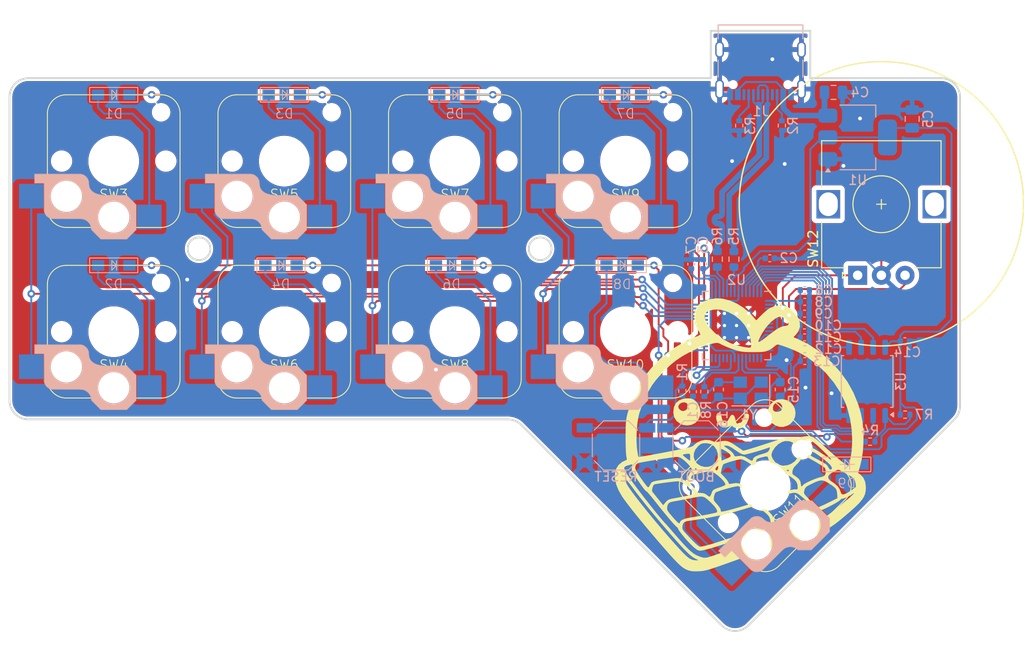
<source format=kicad_pcb>
(kicad_pcb (version 20240108) (generator "pcbnew") (generator_version "8.0")
  (layers (0 "F.Cu" signal) (31 "B.Cu" signal) (34 "B.Paste" user) (35 "F.Paste" user) (36 "B.SilkS" user "B.Silkscreen") (37 "F.SilkS" user "F.Silkscreen") (38 "B.Mask" user) (39 "F.Mask" user) (44 "Edge.Cuts" user))
  (net 0 "")
  (net 1 "+1V1")
  (net 2 "GND")
  (net 3 "+3V3")
  (net 4 "VBUS")
  (net 5 "/XIN")
  (net 6 "Net-(C16-Pad2)")
  (net 7 "Net-(J1-CC1)")
  (net 8 "/USB_D+")
  (net 9 "/USB_D-")
  (net 10 "Net-(U2-USB_DP)")
  (net 11 "Net-(U2-USB_DM)")
  (net 12 "/QSPI_SS")
  (net 13 "/XOUT")
  (net 14 "/row0")
  (net 15 "Net-(D1-A)")
  (net 16 "Net-(U2-RUN)")
  (net 17 "/row1")
  (net 18 "Net-(D2-A)")
  (net 19 "Net-(D3-A)")
  (net 20 "Net-(D4-A)")
  (net 22 "Net-(D5-A)")
  (net 23 "Net-(D6-A)")
  (net 37 "Net-(D7-A)")
  (net 43 "/QSPI_SD3")
  (net 44 "/QSPI_SCLK")
  (net 45 "/QSPI_SD0")
  (net 46 "/QSPI_SD2")
  (net 47 "/QSPI_SD1")
  (net 48 "Net-(D8-A)")
  (net 50 "Net-(J1-CC2)")
  (net 51 "Net-(D9-A)")
  (net 52 "Net-(R4-Pad2)")
  (net 53 "/col0")
  (net 54 "/col1")
  (net 55 "/col2")
  (net 56 "/col3")
  (net 57 "/col4")
  (net 58 "/enc_a")
  (net 59 "/enc_b")
  (footprint "kamo3_footprint:SW_ChocV1_Hotswap_1.0u" (layer "F.Cu") (at 53.5625 49.18)
    (property "Reference" "SW6")
    (property "Value" "SW_PUSH" (hide yes))
  )
  (footprint "kamo3_footprint:SW_ChocV1_Hotswap_1.0u" (layer "F.Cu") (at 71.5625 31.18)
    (property "Reference" "SW7")
    (property "Value" "SW_PUSH" (hide yes))
  )
  (footprint "kamo3_footprint:logo" (layer "F.Cu") (at 102.0625 59.93)
    (property "Reference" "G***" (hide yes))
    (property "Value" "LOGO" (hide yes))
  )
  (footprint "kamo3_footprint:SW_ChocV1_Hotswap_1.0u" (layer "F.Cu") (at 71.5625 49.18)
    (property "Reference" "SW8")
    (property "Value" "SW_PUSH" (hide yes))
  )
  (footprint "Rotary_Encoder:RotaryEncoder_Alps_EC12E_Vertical_H20mm" (layer "F.Cu") (at 114.0625 43.23 90)
    (property "Reference" "SW12")
    (property "Value" "RotaryEncoder")
  )
  (footprint "kamo3_footprint:SW_ChocV1_Hotswap_1.0u" (layer "F.Cu") (at 89.5625 49.18)
    (property "Reference" "SW10")
    (property "Value" "SW_PUSH" (hide yes))
  )
  (footprint "kamo3_footprint:SW_ChocV1_Hotswap_1.50u" (layer "F.Cu") (at 104.3125 65.43 45)
    (property "Reference" "SW11")
    (property "Value" "SW_PUSH" (hide yes))
  )
  (footprint "kamo3_footprint:SW_ChocV1_Hotswap_1.0u" (layer "F.Cu") (at 35.5625 49.18)
    (property "Reference" "SW4")
    (property "Value" "SW_PUSH" (hide yes))
  )
  (footprint "kamo3_footprint:SW_ChocV1_Hotswap_1.0u" (layer "F.Cu") (at 53.5625 31.18)
    (property "Reference" "SW5")
    (property "Value" "SW_PUSH" (hide yes))
  )
  (footprint "kamo3_footprint:SW_ChocV1_Hotswap_1.0u" (layer "F.Cu") (at 89.5625 31.18)
    (property "Reference" "SW9")
    (property "Value" "SW_PUSH" (hide yes))
  )
  (footprint "kamo3_footprint:SW_ChocV1_Hotswap_1.0u" (layer "F.Cu") (at 35.5625 31.18)
    (property "Reference" "SW3")
    (property "Value" "SW_PUSH" (hide yes))
  )
  (footprint "kamo3_footprint:Diode_SOD123" (layer "B.Cu") (at 35.5625 42.18 180)
    (property "Reference" "D2")
    (property "Value" "D" (hide yes))
  )
  (footprint "Resistor_SMD:R_0603_1608Metric" (layer "B.Cu") (at 99.25625 41.53 -90)
    (property "Reference" "R6")
    (property "Value" "27")
  )
  (footprint "Capacitor_SMD:C_0402_1005Metric" (layer "B.Cu") (at 108.48625 52.28)
    (property "Reference" "C13")
    (property "Value" "100n")
  )
  (footprint "Capacitor_SMD:C_0603_1608Metric" (layer "B.Cu") (at 105.88125 55.2825 90)
    (property "Reference" "C15")
    (property "Value" "30p")
  )
  (footprint "Resistor_SMD:R_0402_1005Metric" (layer "B.Cu") (at 95.5625 55.43 90)
    (property "Reference" "R1")
    (property "Value" "10k")
  )
  (footprint "Package_SO:SOIC-8_5.23x5.23mm_P1.27mm" (layer "B.Cu") (at 115.0625 54.43 90)
    (property "Reference" "U3")
    (property "Value" "W25Q128JVS")
  )
  (footprint "Capacitor_SMD:C_0402_1005Metric" (layer "B.Cu") (at 108.48625 44.78)
    (property "Reference" "C6")
    (property "Value" "100n")
  )
  (footprint "Capacitor_SMD:C_0402_1005Metric" (layer "B.Cu") (at 104.7925 41.43)
    (property "Reference" "C2")
    (property "Value" "100n")
  )
  (footprint "kamo3_footprint:Diode_SOD123" (layer "B.Cu") (at 53.5625 24.18 180)
    (property "Reference" "D3")
    (property "Value" "D" (hide yes))
  )
  (footprint "Resistor_SMD:R_0402_1005Metric" (layer "B.Cu") (at 106.0625 27.43 90)
    (property "Reference" "R2")
    (property "Value" "5.1k")
  )
  (footprint "Resistor_SMD:R_0603_1608Metric" (layer "B.Cu") (at 101.00625 41.53 -90)
    (property "Reference" "R5")
    (property "Value" "27")
  )
  (footprint "kamo3_footprint:Diode_SOD123" (layer "B.Cu") (at 71.5625 24.18 180)
    (property "Reference" "D5")
    (property "Value" "D" (hide yes))
  )
  (footprint "Resistor_SMD:R_0402_1005Metric" (layer "B.Cu") (at 101.5625 27.44 90)
    (property "Reference" "R3")
    (property "Value" "5.1k")
  )
  (footprint "Crystal:Crystal_SMD_3225-4Pin_3.2x2.5mm" (layer "B.Cu") (at 102.78125 55.3575 180)
    (property "Reference" "Y1")
    (property "Value" "ABM8-272-T3")
  )
  (footprint "Capacitor_SMD:C_0805_2012Metric" (layer "B.Cu") (at 119.8125 26.73 90)
    (property "Reference" "C5")
    (property "Value" "10u")
  )
  (footprint "Capacitor_SMD:C_0402_1005Metric" (layer "B.Cu") (at 96.50625 42.05 90)
    (property "Reference" "C7")
    (property "Value" "1u")
  )
  (footprint "Capacitor_SMD:C_0402_1005Metric" (layer "B.Cu") (at 119.0425 50.18)
    (property "Reference" "C14")
    (property "Value" "100n")
  )
  (footprint "rp2040:RP2040-QFN-56" (layer "B.Cu") (at 101.28125 48.53 180)
    (property "Reference" "U2")
    (property "Value" "RP2040")
  )
  (footprint "Resistor_SMD:R_0402_1005Metric" (layer "B.Cu") (at 97.88125 55.4975 -90)
    (property "Reference" "R8")
    (property "Value" "1k")
  )
  (footprint "kamo3_footprint:Diode_SOD123" (layer "B.Cu") (at 71.2125 42.18 180)
    (property "Reference" "D6")
    (property "Value" "D" (hide yes))
  )
  (footprint "kamo3_footprint:Diode_SOD123" (layer "B.Cu") (at 112.9125 63.18 180)
    (property "Reference" "D9")
    (property "Value" "D" (hide yes))
  )
  (footprint "kamo3_footprint:Diode_SOD123" (layer "B.Cu") (at 53.2125 42.18 180)
    (property "Reference" "D4")
    (property "Value" "D" (hide yes))
  )
  (footprint "kamo3_footprint:Tact_Switch_5.1_5.1mm_SMD" (layer "B.Cu") (at 88.5625 61.18)
    (property "Reference" "SW1" (hide yes))
    (property "Value" "RESET")
  )
  (footprint "Capacitor_SMD:C_0805_2012Metric" (layer "B.Cu") (at 111.5125 23.93)
    (property "Reference" "C4")
    (property "Value" "10u")
  )
  (footprint "Resistor_SMD:R_0402_1005Metric" (layer "B.Cu") (at 115.3725 60.78 180)
    (property "Reference" "R4")
    (property "Value" "1k")
  )
  (footprint "Connector_USB:USB_C_Receptacle_Palconn_UTC16-G" (layer "B.Cu") (at 103.8125 21.655)
    (property "Reference" "J1")
    (property "Value" "USB_C_Receptacle_USB2.0_14P")
  )
  (footprint "kamo3_footprint:Diode_SOD123" (layer "B.Cu") (at 89.5625 24.18 180)
    (property "Reference" "D7")
    (property "Value" "D" (hide yes))
  )
  (footprint "Resistor_SMD:R_0402_1005Metric" (layer "B.Cu") (at 119.0725 57.93)
    (property "Reference" "R7")
    (property "Value" "DNF")
  )
  (footprint "Capacitor_SMD:C_0402_1005Metric" (layer "B.Cu") (at 97.75625 42.05 90)
    (property "Reference" "C3")
    (property "Value" "1u")
  )
  (footprint "kamo3_footprint:Diode_SOD123" (layer "B.Cu") (at 35.5625 24.18 180)
    (property "Reference" "D1")
    (property "Value" "D" (hide yes))
  )
  (footprint "Capacitor_SMD:C_0402_1005Metric" (layer "B.Cu") (at 108.48625 51.03)
    (property "Reference" "C12")
    (property "Value" "100n")
  )
  (footprint "kamo3_footprint:Tact_Switch_5.1_5.1mm_SMD" (layer "B.Cu") (at 97.0625 61.18)
    (property "Reference" "SW2" (hide yes))
    (property "Value" "BOOT")
  )
  (footprint "Capacitor_SMD:C_0402_1005Metric" (layer "B.Cu") (at 108.44625 48.53)
    (property "Reference" "C10")
    (property "Value" "100n")
  )
  (footprint "Capacitor_SMD:C_0402_1005Metric" (layer "B.Cu") (at 96.68125 55.5075 -90)
    (property "Reference" "C1")
    (property "Value" "100n")
  )
  (footprint "kamo3_footprint:Diode_SOD123" (layer "B.Cu") (at 89.2125 42.18 180)
    (property "Reference" "D8")
    (property "Value" "D" (hide yes))
  )
  (footprint "Package_TO_SOT_SMD:SOT-223-3_TabPin2" (layer "B.Cu") (at 114.0625 28.68)
    (property "Reference" "U1")
    (property "Value" "NCP1117-3.3_SOT223")
  )
  (footprint "Capacitor_SMD:C_0402_1005Metric" (layer "B.Cu") (at 108.46625 47.28)
    (property "Reference" "C9")
    (property "Value" "100n")
  )
  (footprint "Capacitor_SMD:C_0402_1005Metric" (layer "B.Cu") (at 108.46625 49.78)
    (property "Reference" "C11")
    (property "Value" "100n")
  )
  (footprint "Capacitor_SMD:C_0402_1005Metric" (layer "B.Cu") (at 108.48625 46.03)
    (property "Reference" "C8")
    (property "Value" "100n")
  )
  (footprint "Capacitor_SMD:C_0603_1608Metric" (layer "B.Cu") (at 99.38125 55.2825 90)
    (property "Reference" "C16")
    (property "Value" "30p")
  )
  (gr_circle (center 116.5625 35.68) (end 101.5625 35.68) (stroke (width 0.15)) (fill none) (layer "F.SilkS"))
  (gr_circle (center 80.5625 40.43) (end 81.7625 40.43) (stroke (width 0.2)) (fill none) (layer "Edge.Cuts"))
  (gr_arc (start 124.8674 57.0088) (mid 124.710266 57.785874) (end 124.263556 58.440844) (stroke (width 0.2)) (layer "Edge.Cuts"))
  (gr_line (start 26.5625 22.43) (end 98.5625 22.43) (stroke (width 0.2)) (layer "Edge.Cuts"))
  (gr_arc (start 102.539618 80.18) (mid 101.127977 80.757437) (end 99.717155 80.178003) (stroke (width 0.2)) (layer "Edge.Cuts"))
  (gr_line (start 124.8674 24.43) (end 124.8674 57.0088) (stroke (width 0.2)) (layer "Edge.Cuts"))
  (gr_line (start 109.0624 17.43) (end 109.0624 22.43) (stroke (width 0.2)) (layer "Edge.Cuts"))
  (gr_line (start 98.5625 17.43) (end 109.0624 17.43) (stroke (width 0.2)) (layer "Edge.Cuts"))
  (gr_arc (start 24.5625 24.43) (mid 25.148286 23.015786) (end 26.5625 22.43) (stroke (width 0.2)) (layer "Edge.Cuts"))
  (gr_line (start 98.5625 22.43) (end 98.5625 17.43) (stroke (width 0.2)) (layer "Edge.Cuts"))
  (gr_arc (start 122.8674 22.43) (mid 124.281614 23.015786) (end 124.8674 24.43) (stroke (width 0.2)) (layer "Edge.Cuts"))
  (gr_line (start 77.1558 58.43) (end 26.5625 58.43) (stroke (width 0.2)) (layer "Edge.Cuts"))
  (gr_arc (start 77.1558 58.43) (mid 77.917034 58.580534) (end 78.563676 59.009476) (stroke (width 0.2)) (layer "Edge.Cuts"))
  (gr_line (start 124.263556 58.440844) (end 102.530135 80.18) (stroke (width 0.2)) (layer "Edge.Cuts"))
  (gr_circle (center 44.5625 40.43) (end 45.7625 40.43) (stroke (width 0.2)) (fill none) (layer "Edge.Cuts"))
  (gr_line (start 24.5625 56.43) (end 24.5625 24.43) (stroke (width 0.2)) (layer "Edge.Cuts"))
  (gr_line (start 99.71515 80.18) (end 78.563676 59.009476) (stroke (width 0.2)) (layer "Edge.Cuts"))
  (gr_line (start 109.0624 22.43) (end 122.8674 22.43) (stroke (width 0.2)) (layer "Edge.Cuts"))
  (gr_arc (start 26.5625 58.43) (mid 25.148286 57.844214) (end 24.5625 56.43) (stroke (width 0.2)) (layer "Edge.Cuts"))
  (segment (start 97.0625 53.78) (end 97.8625 52.98) (width 0.2) (layer "F.Cu") (net 1))
  (segment (start 97.8625 52.98) (end 97.8625 40.38) (width 0.2) (layer "F.Cu") (net 1))
  (via (at 97.0625 53.78) (size 0.8) (drill 0.4) (layers "F.Cu" "B.Cu") (net 1))
  (via (at 97.8625 40.38) (size 0.8) (drill 0.4) (layers "F.Cu" "B.Cu") (net 1))
  (segment (start 97.8625 40.38) (end 98.3625 40.88) (width 0.2) (layer "B.Cu") (net 1))
  (segment (start 101.48125 45.0925) (end 101.48125 45.76125) (width 0.2) (layer "B.Cu") (net 1))
  (segment (start 99.00625 43.28) (end 98.00625 43.28) (width 0.2) (layer "B.Cu") (net 1))
  (segment (start 98.6625 53.2075) (end 98.535 53.2075) (width 0.2) (layer "B.Cu") (net 1))
  (segment (start 99.48125 45.59875) (end 99.48125 45.0925) (width 0.2) (layer "B.Cu") (net 1))
  (segment (start 103.5625 42.134416) (end 103.5625 41.68) (width 0.2) (layer "B.Cu") (net 1))
  (segment (start 98.6625 53.2075) (end 97.635 53.2075) (width 0.2) (layer "B.Cu") (net 1))
  (segment (start 100.68125 53.0075) (end 100.68125 51.9675) (width 0.2) (layer "B.Cu") (net 1))
  (segment (start 103.8125 41.43) (end 104.3125 41.43) (width 0.2) (layer "B.Cu") (net 1))
  (segment (start 99.8125 45.93) (end 99.48125 45.59875) (width 0.2) (layer "B.Cu") (net 1))
  (segment (start 101.3125 45.93) (end 99.8125 45.93) (width 0.2) (layer "B.Cu") (net 1))
  (segment (start 97.635 53.2075) (end 97.0625 53.78) (width 0.2) (layer "B.Cu") (net 1))
  (segment (start 99.48125 43.755) (end 99.00625 43.28) (width 0.2) (layer "B.Cu") (net 1))
  (segment (start 99.48125 45.0925) (end 99.48125 43.755) (width 0.2) (layer "B.Cu") (net 1))
  (segment (start 101.48125 45.0925) (end 101.48125 44.215666) (width 0.2) (layer "B.Cu") (net 1))
  (segment (start 100.48125 53.2075) (end 100.68125 53.0075) (width 0.2) (layer "B.Cu") (net 1))
  (segment (start 98.3625 40.88) (end 98.3625 42.28) (width 0.2) (layer "B.Cu") (net 1))
  (segment (start 98.6625 53.2075) (end 100.48125 53.2075) (width 0.2) (layer "B.Cu") (net 1))
  (segment (start 97.75625 43.03) (end 97.75625 42.53) (width 0.2) (layer "B.Cu") (net 1))
  (segment (start 103.5625 41.68) (end 103.8125 41.43) (width 0.2) (layer "B.Cu") (net 1))
  (segment (start 101.48125 45.76125) (end 101.3125 45.93) (width 0.2) (layer "B.Cu") (net 1))
  (segment (start 98.1125 42.53) (end 97.75625 42.53) (width 0.2) (layer "B.Cu") (net 1))
  (segment (start 98.3625 42.28) (end 98.1125 42.53) (width 0.2) (layer "B.Cu") (net 1))
  (segment (start 101.48125 44.215666) (end 103.5625 42.134416) (width 0.2) (layer "B.Cu") (net 1))
  (segment (start 98.535 53.2075) (end 96.715 55.0275) (width 0.2) (layer "B.Cu") (net 1))
  (segment (start 98.00625 43.28) (end 97.75625 43.03) (width 0.2) (layer "B.Cu") (net 1))
  (segment (start 116.5625 43.23) (end 116.5625 35.68) (width 0.2) (layer "F.Cu") (net 2))
  (segment (start 99.4925 23.585) (end 99.4925 19.415) (width 0.2) (layer "F.Cu") (net 2))
  (segment (start 108.1325 23.585) (end 108.1325 19.415) (width 0.2) (layer "F.Cu") (net 2))
  (segment (start 107.8825 23.585) (end 107.8825 29.96) (width 0.2) (layer "F.Cu") (net 2))
  (segment (start 116.5625 35.68) (end 112.5625 31.68) (width 0.2) (layer "F.Cu") (net 2))
  (segment (start 107.8825 29.96) (end 106.3625 31.48) (width 0.2) (layer "F.Cu") (net 2))
  (via (at 43.3125 43.68) (size 0.8) (drill 0.4) (layers "F.Cu" "B.Cu") (net 2))
  (via (at 69.5625 53.18) (size 0.8) (drill 0.4) (layers "F.Cu" "B.Cu") (net 2))
  (via (at 111.3125 55.68) (size 0.8) (drill 0.4) (layers "F.Cu" "B.Cu") (net 2))
  (via (at 100.8125 31.18) (size 0.8) (drill 0.4) (layers "F.Cu" "B.Cu") (net 2))
  (via (at 106.3625 31.48) (size 0.8) (drill 0.4) (layers "F.Cu" "B.Cu") (net 2))
  (via (at 106.5625 52.18) (size 0.8) (drill 0.4) (layers "F.Cu" "B.Cu") (net 2))
  (via (at 105.0625 20.43) (size 0.8) (drill 0.4) (layers "F.Cu" "B.Cu") (net 2))
  (via (at 114.3125 26.68) (size 0.8) (drill 0.4) (layers "F.Cu" "B.Cu") (net 2))
  (via (at 108.5625 55.08) (size 0.8) (drill 0.4) (layers "F.Cu" "B.Cu") (net 2))
  (via (at 112.5625 31.68) (size 0.8) (drill 0.4) (layers "F.Cu" "B.Cu") (net 2))
  (segment (start 96.50625 41.57) (end 97.75625 41.57) (width 0.2) (layer "B.Cu") (net 2))
  (segment (start 108.96625 52.28) (end 108.96625 44.78) (width 0.2) (layer "B.Cu") (net 2))
  (segment (start 101.68125 56.49875) (end 102.2625 57.08) (width 0.2) (layer "B.Cu") (net 2))
  (segment (start 100.0725 24.165) (end 99.4925 23.585) (width 0.2) (layer "B.Cu") (net 2))
  (segment (start 96.68125 56.29875) (end 96.68125 55.9875) (width 0.2) (layer "B.Cu") (net 2))
  (segment (start 107.0125 24.165) (end 107.5525 24.165) (width 0.2) (layer "B.Cu") (net 2))
  (segment (start 115.4625 25.78) (end 119.8125 25.78) (width 0.2) (layer "B.Cu") (net 2))
  (segment (start 100.6125 24.165) (end 100.0725 24.165) (width 0.2) (layer "B.Cu") (net 2))
  (segment (start 105.2725 41.43) (end 114.7625 41.43) (width 0.2) (layer "B.Cu") (net 2))
  (segment (start 102.5625 53.18) (end 105.5625 53.18) (width 0.2) (layer "B.Cu") (net 2))
  (segment (start 102.28125 52.89875) (end 102.5625 53.18) (width 0.2) (layer "B.Cu") (net 2))
  (segment (start 100.3625 63.03) (end 85.2625 63.03) (width 0.2) (layer "B.Cu") (net 2))
  (segment (start 114.7625 41.43) (end 116.5625 43.23) (width 0.2) (layer "B.Cu") (net 2))
  (segment (start 101.93125 56.2075) (end 103.63125 54.5075) (width 0.2) (layer "B.Cu") (net 2))
  (segment (start 98.75875 56.68) (end 97.0625 56.68) (width 0.2) (layer "B.Cu") (net 2))
  (segment (start 105.88125 56.06125) (end 104.8625 57.08) (width 0.2) (layer "B.Cu") (net 2))
  (segment (start 107.0125 54.92625) (end 107.0125 52.63) (width 0.2) (layer "B.Cu") (net 2))
  (segment (start 105.5625 53.18) (end 106.5625 52.18) (width 0.2) (layer "B.Cu") (net 2))
  (segment (start 105.88125 56.0575) (end 107.0125 54.92625) (width 0.2) (layer "B.Cu") (net 2))
  (segment (start 101.68125 56.2075) (end 99.53125 56.2075) (width 0.2) (layer "B.Cu") (net 2))
  (segment (start 114.4625 25.93) (end 115.3125 25.93) (width 0.2) (layer "B.Cu") (net 2))
  (segment (start 115.3125 25.93) (end 115.4625 25.78) (width 0.2) (layer "B.Cu") (net 2))
  (segment (start 102.28125 51.9675) (end 102.28125 52.89875) (width 0.2) (layer "B.Cu") (net 2))
  (segment (start 107.0125 52.63) (end 106.5625 52.18) (width 0.2) (layer "B.Cu") (net 2))
  (segment (start 112.4625 23.93) (end 114.4625 25.93) (width 0.2) (layer "B.Cu") (net 2))
  (segment (start 99.38125 56.0575) (end 98.75875 56.68) (width 0.2) (layer "B.Cu") (net 2))
  (segment (start 104.8625 57.08) (end 102.2625 57.08) (width 0.2) (layer "B.Cu") (net 2))
  (segment (start 107.5525 24.165) (end 108.1325 23.585) (width 0.2) (layer "B.Cu") (net 2))
  (segment (start 97.0625 56.68) (end 96.68125 56.29875) (width 0.2) (layer "B.Cu") (net 2))
  (segment (start 122.6625 49.18) (end 123.9625 47.88) (width 0.2) (layer "B.Cu") (net 3))
  (segment (start 100.73125 51.18) (end 103.5625 51.18) (width 0.2) (layer "B.Cu") (net 3))
  (segment (start 104.71875 49.53) (end 105.1625 49.53) (width 0.2) (layer "B.Cu") (net 3))
  (segment (start 101.8125 57.43) (end 97.0525 57.43) (width 0.2) (layer "B.Cu") (net 3))
  (segment (start 97.05625 43.58) (end 96.50625 43.03) (width 0.2) (layer "B.Cu") (net 3))
  (segment (start 103.8125 49.99875) (end 104.28125 49.53) (width 0.2) (layer "B.Cu") (net 3))
  (segment (start 98.68125 43.94875) (end 98.3125 43.58) (width 0.2) (layer "B.Cu") (net 3))
  (segment (start 98.68125 45.56125) (end 98.68125 45.0925) (width 0.2) (layer "B.Cu") (net 3))
  (segment (start 106.3125 57.18) (end 106.0625 57.18) (width 0.2) (layer "B.Cu") (net 3))
  (segment (start 98.5625 50.68) (end 99.0625 51.18) (width 0.2) (layer "B.Cu") (net 3))
  (segment (start 123.9625 28.28) (end 123.3625 27.68) (width 0.2) (layer "B.Cu") (net 3))
  (segment (start 99.08125 43.855) (end 98.80625 43.58) (width 0.2) (layer "B.Cu") (net 3))
  (segment (start 108.00625 44.78) (end 108.00625 52.28) (width 0.2) (layer "B.Cu") (net 3))
  (segment (start 118.9625 49.18) (end 122.6625 49.18) (width 0.2) (layer "B.Cu") (net 3))
  (segment (start 120.3125 57.43) (end 120.3125 58.43) (width 0.2) (layer "B.Cu") (net 3))
  (segment (start 107.3125 52.93) (end 107.3125 56.18) (width 0.2) (layer "B.Cu") (net 3))
  (segment (start 102.0625 42.43) (end 102.0625 42.68) (width 0.2) (layer "B.Cu") (net 3))
  (segment (start 118.2125 27.68) (end 117.2125 28.68) (width 0.2) (layer "B.Cu") (net 3))
  (segment (start 109.3125 59.68) (end 111.2125 61.58) (width 0.2) (layer "B.Cu") (net 3))
  (segment (start 103.8125 50.93) (end 103.8125 49.99875) (width 0.2) (layer "B.Cu") (net 3))
  (segment (start 105.15625 45.93) (end 104.71875 45.93) (width 0.2) (layer "B.Cu") (net 3))
  (segment (start 119.3125 59.43) (end 117.341764 59.43) (width 0.2) (layer "B.Cu") (net 3))
  (segment (start 107.9625 52.28) (end 107.3125 52.93) (width 0.2) (layer "B.Cu") (net 3))
  (segment (start 99.0625 51.18) (end 100.73125 51.18) (width 0.2) (layer "B.Cu") (net 3))
  (segment (start 110.3125 28.68) (end 109.0625 29.93) (width 0.2) (layer "B.Cu") (net 3))
  (segment (start 120.3125 58.43) (end 119.3125 59.43) (width 0.2) (layer "B.Cu") (net 3))
  (segment (start 105.5625 49.13) (end 105.5625 46.33625) (width 0.2) (layer "B.Cu") (net 3))
  (segment (start 117.6175 50.18) (end 116.9675 50.83) (width 0.2) (layer "B.Cu") (net 3))
  (segment (start 97.84375 45.93) (end 98.3125 45.93) (width 0.2) (layer "B.Cu") (net 3))
  (segment (start 103.5625 51.18) (end 103.8125 50.93) (width 0.2) (layer "B.Cu") (net 3))
  (segment (start 97.0525 57.43) (end 95.5625 55.94) (width 0.2) (layer "B.Cu") (net 3))
  (segment (start 104.8125 59.68) (end 109.3125 59.68) (width 0.2) (layer "B.Cu") (net 3))
  (segment (start 109.0625 29.93) (end 109.0625 39.43) (width 0.2) (layer "B.Cu") (net 3))
  (segment (start 97.84375 49.53) (end 98.28125 49.53) (width 0.2) (layer "B.Cu") (net 3))
  (segment (start 116.577132 60.194632) (end 116.577132 61.315368) (width 0.2) (layer "B.Cu") (net 3))
  (segment (start 116.3125 61.58) (end 112.0625 61.58) (width 0.2) (layer "B.Cu") (net 3))
  (segment (start 102.3125 59.18) (end 102.3125 57.93) (width 0.2) (layer "B.Cu") (net 3))
  (segment (start 105.5625 46.33625) (end 105.15625 45.93) (width 0.2) (layer "B.Cu") (net 3))
  (segment (start 103.8125 40.68) (end 102.0625 42.43) (width 0.2) (layer "B.Cu") (net 3))
  (segment (start 118.5625 56.68) (end 119.0625 57.18) (width 0.2) (layer "B.Cu") (net 3))
  (segment (start 99.08125 45.66125) (end 98.5625 46.18) (width 0.2) (layer "B.Cu") (net 3))
  (segment (start 98.3125 45.93) (end 98.68125 45.56125) (width 0.2) (layer "B.Cu") (net 3))
  (segment (start 98.80625 43.58) (end 98.3125 43.58) (width 0.2) (layer "B.Cu") (net 3))
  (segment (start 123.9625 47.88) (end 123.9625 28.28) (width 0.2) (layer "B.Cu") (net 3))
  (segment (start 118.5625 57.93) (end 118.5625 57.43) (width 0.2) (layer "B.Cu") (net 3))
  (segment (start 98.3125 43.58) (end 97.05625 43.58) (width 0.2) (layer "B.Cu") (net 3))
  (segment (start 104.71875 45.93) (end 107.90625 45.93) (width 0.2) (layer "B.Cu") (net 3))
  (segment (start 101.08125 51.53) (end 101.08125 51.9675) (width 0.2) (layer "B.Cu") (net 3))
  (segment (start 104.8125 59.68) (end 102.8125 59.68) (width 0.2) (layer "B.Cu") (net 3))
  (segment (start 119.8125 27.68) (end 118.2125 27.68) (width 0.2) (layer "B.Cu") (net 3))
  (segment (start 102.0625 42.68) (end 101.5625 43.18) (width 0.2) (layer "B.Cu") (net 3))
  (segment (start 101.08125 44.21125) (end 100.68125 43.81125) (width 0.2) (layer "B.Cu") (net 3))
  (segment (start 101.08125 45.0925) (end 101.08125 44.21125) (width 0.2) (layer "B.Cu") (net 3))
  (segment (start 118.5625 50.18) (end 117.6175 50.18) (width 0.2) (layer "B.Cu") (net 3))
  (segment (start 109.0625 39.43) (end 107.8125 40.68) (width 0.2) (layer "B.Cu") (net 3))
  (segment (start 98.5625 46.18) (end 98.5625 49.18) (width 0.2) (layer "B.Cu") (net 3))
  (segment (start 119.0625 57.18) (end 120.0625 57.18) (width 0.2) (layer "B.Cu") (net 3))
  (segment (start 101.3125 43.18) (end 100.68125 43.81125) (width 0.2) (layer "B.Cu") (net 3))
  (segment (start 111.2125 61.58) (end 112.0625 61.58) (width 0.2) (layer "B.Cu") (net 3))
  (segment (start 118.5625 49.58) (end 118.9625 49.18) (width 0.2) (layer "B.Cu") (net 3))
  (segment (start 102.3125 57.93) (end 101.8125 57.43) (width 0.2) (layer "B.Cu") (net 3))
  (segment (start 105.5625 57.68) (end 105.5625 58.93) (width 0.2) (layer "B.Cu") (net 3))
  (segment (start 105.5625 58.93) (end 104.8125 59.68) (width 0.2) (layer "B.Cu") (net 3))
  (segment (start 105.1625 49.53) (end 105.5625 49.13) (width 0.2) (layer "B.Cu") (net 3))
  (segment (start 123.3625 27.68) (end 119.8125 27.68) (width 0.2) (layer "B.Cu") (net 3))
  (segment (start 101.5625 43.18) (end 101.3125 43.18) (width 0.2) (layer "B.Cu") (net 3))
  (segment (start 99.08125 45.0925) (end 99.08125 45.66125) (width 0.2) (layer "B.Cu") (net 3))
  (segment (start 118.5625 50.18) (end 118.5625 49.58) (width 0.2) (layer "B.Cu") (net 3))
  (segment (start 118.5625 55.68) (end 118.5625 50.18) (width 0.2) (layer "B.Cu") (net 3))
  (segment (start 120.0625 57.18) (end 120.3125 57.43) (width 0.2) (layer "B.Cu") (net 3))
  (segment (start 100.68125 45.0925) (end 100.68125 43.81125) (width 0.2) (layer "B.Cu") (net 3))
  (segment (start 104.28125 49.53) (end 104.71875 49.53) (width 0.2) (layer "B.Cu") (net 3))
  (segment (start 118.5625 57.43) (end 118.5625 55.68) (width 0.2) (layer "B.Cu") (net 3))
  (segment (start 106.0625 57.18) (end 105.5625 57.68) (width 0.2) (layer "B.Cu") (net 3))
  (segment (start 96.50625 43.03) (end 96.50625 42.53) (width 0.2) (layer "B.Cu") (net 3))
  (segment (start 98.5625 49.18) (end 98.5625 50.68) (width 0.2) (layer "B.Cu") (net 3))
  (segment (start 117.341764 59.43) (end 116.577132 60.194632) (width 0.2) (layer "B.Cu") (net 3))
  (segment (start 117.2125 28.68) (end 110.9125 28.68) (width 0.2) (layer "B.Cu") (net 3))
  (segment (start 99.08125 45.0925) (end 99.08125 43.855) (width 0.2) (layer "B.Cu") (net 3))
  (segment (start 100.73125 51.18) (end 101.08125 51.53) (width 0.2) (layer "B.Cu") (net 3))
  (segment (start 98.28125 49.53) (end 98.5625 49.24875) (width 0.2) (layer "B.Cu") (net 3))
  (segment (start 107.3125 56.18) (end 106.3125 57.18) (width 0.2) (layer "B.Cu") (net 3))
  (segment (start 98.68125 45.0925) (end 98.68125 43.94875) (width 0.2) (layer "B.Cu") (net 3))
  (segment (start 102.8125 59.68) (end 102.3125 59.18) (width 0.2) (layer "B.Cu") (net 3))
  (segment (start 107.8125 40.68) (end 103.8125 40.68) (width 0.2) (layer "B.Cu") (net 3))
  (segment (start 116.577132 61.315368) (end 116.3125 61.58) (width 0.2) (layer "B.Cu") (net 3))
  (segment (start 98.5625 49.24875) (end 98.5625 49.18) (width 0.2) (layer "B.Cu") (net 3))
  (segment (start 118.5625 55.68) (end 118.5625 56.68) (width 0.2) (layer "B.Cu") (net 3))
  (segment (start 101.4125 24.165) (end 101.4125 23.685) (width 0.2) (layer "B.Cu") (net 4))
  (segment (start 107.0125 26.38) (end 106.2125 25.58) (width 0.6) (layer "B.Cu") (net 4))
  (segment (start 106.2125 25.58) (end 106.2125 24.165) (width 0.6) (layer "B.Cu") (net 4))
  (segment (start 110.9125 26.38) (end 107.0125 26.38) (width 0.6) (layer "B.Cu") (net 4))
  (segment (start 102.2675 22.83) (end 105.4625 22.83) (width 0.2) (layer "B.Cu") (net 4))
  (segment (start 101.4125 23.685) (end 102.2675 22.83) (width 0.2) (layer "B.Cu") (net 4))
  (segment (start 110.5625 23.93) (end 110.5625 26.03) (width 0.6) (layer "B.Cu") (net 4))
  (segment (start 105.4625 22.83) (end 106.2125 23.58) (width 0.2) (layer "B.Cu") (net 4))
  (segment (start 106.2125 23.58) (end 106.2125 24.165) (width 0.2) (layer "B.Cu") (net 4))
  (segment (start 105.38125 54.5075) (end 104.88125 55.0075) (width 0.2) (layer "B.Cu") (net 5))
  (segment (start 101.88125 53.2075) (end 101.88125 52.0075) (width 0.2) (layer "B.Cu") (net 5))
  (segment (start 105.88125 53.9575) (end 105.43125 53.5075) (width 0.2) (layer "B.Cu") (net 5))
  (segment (start 105.88125 54.5075) (end 105.88125 53.9575) (width 0.2) (layer "B.Cu") (net 5))
  (segment (start 105.43125 53.5075) (end 102.18125 53.5075) (width 0.2) (layer "B.Cu") (net 5))
  (segment (start 104.68125 56.2075) (end 104.88125 56.0075) (width 0.2) (layer "B.Cu") (net 5))
  (segment (start 103.88125 56.2075) (end 104.68125 56.2075) (width 0.2) (layer "B.Cu") (net 5))
  (segment (start 105.88125 54.5075) (end 105.38125 54.5075) (width 0.2) (layer "B.Cu") (net 5))
  (segment (start 102.18125 53.5075) (end 101.88125 53.2075) (width 0.2) (layer "B.Cu") (net 5))
  (segment (start 104.88125 55.0075) (end 104.88125 56.0075) (width 0.2) (layer "B.Cu") (net 5))
  (segment (start 99.38125 54.5075) (end 97.88125 56.0075) (width 0.2) (layer "B.Cu") (net 6))
  (segment (start 99.38125 54.5075) (end 101.68125 54.5075) (width 0.2) (layer "B.Cu") (net 6))
  (segment (start 101.5625 26.43) (end 102.5625 25.43) (width 0.2) (layer "B.Cu") (net 7))
  (segment (start 101.5625 26.93) (end 101.5625 26.43) (width 0.2) (layer "B.Cu") (net 7))
  (segment (start 102.5625 25.43) (end 102.5625 24.165) (width 0.2) (layer "B.Cu") (net 7))
  (segment (start 103.5625 23.385) (end 103.5625 24.165) (width 0.2) (layer "B.Cu") (net 8))
  (segment (start 103.7675 23.18) (end 103.5625 23.385) (width 0.2) (layer "B.Cu") (net 8))
  (segment (start 101.00625 40.705) (end 101.00625 39.992499) (width 0.6) (layer "B.Cu") (net 8))
  (segment (start 104.5625 24.165) (end 104.5625 25.18) (width 0.2) (layer "B.Cu") (net 8))
  (segment (start 104.5625 24.165) (end 104.5625 23.43) (width 0.2) (layer "B.Cu") (net 8))
  (segment (start 101.00625 39.992499) (end 100.50625 39.492499) (width 0.6) (layer "B.Cu") (net 8))
  (segment (start 104.3125 23.18) (end 103.7675 23.18) (width 0.2) (layer "B.Cu") (net 8))
  (segment (start 104.425484 30.847348) (end 104.425484 25.344834) (width 0.6) (layer "B.Cu") (net 8))
  (segment (start 100.50625 39.492499) (end 100.50625 34.766582) (width 0.6) (layer "B.Cu") (net 8))
  (segment (start 104.425484 25.344834) (end 104.576409 25.193909) (width 0.6) (layer "B.Cu") (net 8))
  (segment (start 104.5625 23.43) (end 104.3125 23.18) (width 0.2) (layer "B.Cu") (net 8))
  (segment (start 100.50625 34.766582) (end 104.425484 30.847348) (width 0.6) (layer "B.Cu") (net 8))
  (segment (start 98.96625 37.313679) (end 98.96625 37.463679) (width 0.6) (layer "B.Cu") (net 9))
  (segment (start 99.26625 37.763679) (end 99.45625 37.763679) (width 0.6) (layer "B.Cu") (net 9))
  (segment (start 99.75625 38.44078) (end 99.75625 39.492499) (width 0.6) (layer "B.Cu") (net 9))
  (segment (start 103.0625 24.165) (end 103.0625 24.93) (width 0.2) (layer "B.Cu") (net 9))
  (segment (start 99.75625 34.455918) (end 99.75625 36.713679) (width 0.6) (layer "B.Cu") (net 9))
  (segment (start 103.675484 25.292984) (end 103.675484 30.536684) (width 0.6) (layer "B.Cu") (net 9))
  (segment (start 104.0625 24.165) (end 104.0625 24.93) (width 0.2) (layer "B.Cu") (net 9))
  (segment (start 103.3125 25.18) (end 103.8125 25.18) (width 0.2) (layer "B.Cu") (net 9))
  (segment (start 103.0625 24.93) (end 103.3125 25.18) (width 0.2) (layer "B.Cu") (net 9))
  (segment (start 99.25625 39.992499) (end 99.25625 40.705) (width 0.6) (layer "B.Cu") (net 9))
  (segment (start 103.5775 25.195) (end 103.675484 25.292984) (width 0.6) (layer "B.Cu") (net 9))
  (segment (start 103.675484 30.536684) (end 99.75625 34.455918) (width 0.6) (layer "B.Cu") (net 9))
  (segment (start 99.75625 38.063679) (end 99.75625 38.213679) (width 0.6) (layer "B.Cu") (net 9))
  (segment (start 99.75625 39.492499) (end 99.25625 39.992499) (width 0.6) (layer "B.Cu") (net 9))
  (segment (start 99.45625 37.013679) (end 99.26625 37.013679) (width 0.6) (layer "B.Cu") (net 9))
  (segment (start 104.0625 24.93) (end 103.8125 25.18) (width 0.2) (layer "B.Cu") (net 9))
  (segment (start 99.75625 38.213679) (end 99.75625 38.44078) (width 0.6) (layer "B.Cu") (net 9))
  (segment (start 103.5625 25.195) (end 103.5775 25.195) (width 0.6) (layer "B.Cu") (net 9))
  (arc (start 99.75625 36.713679) (mid 99.668382 36.925811) (end 99.45625 37.013679) (width 0.6) (layer "B.Cu") (net 9))
  (arc (start 98.96625 37.463679) (mid 99.054118 37.675811) (end 99.26625 37.763679) (width 0.6) (layer "B.Cu") (net 9))
  (arc (start 99.45625 37.763679) (mid 99.668382 37.851547) (end 99.75625 38.063679) (width 0.6) (layer "B.Cu") (net 9))
  (arc (start 99.26625 37.013679) (mid 99.054118 37.101547) (end 98.96625 37.313679) (width 0.6) (layer "B.Cu") (net 9))
  (segment (start 101.00625 43.03) (end 101.00625 42.355) (width 0.2) (layer "B.Cu") (net 10))
  (segment (start 100.28125 43.755) (end 101.00625 43.03) (width 0.2) (layer "B.Cu") (net 10))
  (segment (start 100.28125 45.0925) (end 100.28125 43.755) (width 0.2) (layer "B.Cu") (net 10))
  (segment (start 99.88125 45.0925) (end 99.88125 43.655) (width 0.2) (layer "B.Cu") (net 11))
  (segment (start 99.88125 43.655) (end 99.25625 43.03) (width 0.2) (layer "B.Cu") (net 11))
  (segment (start 99.25625 43.03) (end 99.25625 42.355) (width 0.2) (layer "B.Cu") (net 11))
  (segment (start 103.88125 45.0925) (end 103.88125 44.36125) (width 0.2) (layer "B.Cu") (net 12))
  (segment (start 109.8125 44.18) (end 109.8125 59.18) (width 0.2) (layer "B.Cu") (net 12))
  (segment (start 119.0625 58.93) (end 117.8675 58.93) (width 0.2) (layer "B.Cu") (net 12))
  (segment (start 116.9675 58.03) (end 116.9675 59.38) (width 0.2) (layer "B.Cu") (net 12))
  (segment (start 104.4625 43.78) (end 109.4125 43.78) (width 0.2) (layer "B.Cu") (net 12))
  (segment (start 117.8675 58.93) (end 116.9675 58.03) (width 0.2) (layer "B.Cu") (net 12))
  (segment (start 115.8825 60.78) (end 115.8825 60.465) (width 0.2) (layer "B.Cu") (net 12))
  (segment (start 115.8825 60.465) (end 116.3675 59.98) (width 0.2) (layer "B.Cu") (net 12))
  (segment (start 103.88125 44.36125) (end 104.4625 43.78) (width 0.2) (layer "B.Cu") (net 12))
  (segment (start 116.3675 59.98) (end 112.013972 59.98) (width 0.2) (layer "B.Cu") (net 12))
  (segment (start 110.3125 59.68) (end 109.8125 59.18) (width 0.2) (layer "B.Cu") (net 12))
  (segment (start 111.713972 59.68) (end 110.3125 59.68) (width 0.2) (layer "B.Cu") (net 12))
  (segment (start 119.5825 58.41) (end 119.0625 58.93) (width 0.2) (layer "B.Cu") (net 12))
  (segment (start 119.5825 57.93) (end 119.5825 58.41) (width 0.2) (layer "B.Cu") (net 12))
  (segment (start 109.4125 43.78) (end 109.8125 44.18) (width 0.2) (layer "B.Cu") (net 12))
  (segment (start 116.3675 59.98) (end 116.9675 59.38) (width 0.2) (layer "B.Cu") (net 12))
  (segment (start 112.013972 59.98) (end 111.713972 59.68) (width 0.2) (layer "B.Cu") (net 12))
  (segment (start 97.88125 54.9875) (end 97.88125 54.3075) (width 0.2) (layer "B.Cu") (net 13))
  (segment (start 98.68125 53.5075) (end 101.18125 53.5075) (width 0.2) (layer "B.Cu") (net 13))
  (segment (start 97.88125 54.3075) (end 98.68125 53.5075) (width 0.2) (layer "B.Cu") (net 13))
  (segment (start 101.48125 53.2075) (end 101.48125 52.0075) (width 0.2) (layer "B.Cu") (net 13))
  (segment (start 101.18125 53.5075) (end 101.48125 53.2075) (width 0.2) (layer "B.Cu") (net 13))
  (segment (start 97.3125 49.43) (end 96.3125 50.43) (width 0.2) (layer "F.Cu") (net 14))
  (segment (start 93.5625 24.18) (end 57.5625 24.18) (width 0.2) (layer "F.Cu") (net 14))
  (segment (start 94.5625 24.18) (end 96.3125 25.93) (width 0.2) (layer "F.Cu") (net 14))
  (segment (start 97.3125 41.18) (end 97.3125 49.43) (width 0.2) (layer "F.Cu") (net 14))
  (segment (start 96.3125 40.18) (end 97.3125 41.18) (width 0.2) (layer "F.Cu") (net 14))
  (segment (start 93.5625 24.18) (end 94.5625 24.18) (width 0.2) (layer "F.Cu") (net 14))
  (segment (start 39.5625 24.18) (end 57.5625 24.18) (width 0.2) (layer "F.Cu") (net 14))
  (segment (start 96.3125 25.93) (end 96.3125 40.18) (width 0.2) (layer "F.Cu") (net 14))
  (via (at 96.3125 50.43) (size 0.8) (drill 0.4) (layers "F.Cu" "B.Cu") (net 14))
  (via (at 75.5625 24.18) (size 0.8) (drill 0.4) (layers "F.Cu" "B.Cu") (net 14))
  (via (at 93.5625 24.18) (size 0.8) (drill 0.4) (layers "F.Cu" "B.Cu") (net 14))
  (via (at 57.5625 24.18) (size 0.8) (drill 0.4) (layers "F.Cu" "B.Cu") (net 14))
  (via (at 39.5625 24.18) (size 0.8) (drill 0.4) (layers "F.Cu" "B.Cu") (net 14))
  (segment (start 55.2125 24.18) (end 57.5625 24.18) (width 0.2) (layer "B.Cu") (net 14))
  (segment (start 91.2125 24.18) (end 93.5625 24.18) (width 0.2) (layer "B.Cu") (net 14))
  (segment (start 37.2125 24.18) (end 39.5625 24.18) (width 0.2) (layer "B.Cu") (net 14))
  (segment (start 96.3125 50.43) (end 96.6125 50.73) (width 0.2) (layer "B.Cu") (net 14))
  (segment (start 96.6125 50.73) (end 97.84375 50.73) (width 0.2) (layer "B.Cu") (net 14))
  (segment (start 73.2125 24.18) (end 75.5625 24.18) (width 0.2) (layer "B.Cu") (net 14))
  (segment (start 37.5625 26.18) (end 34.5625 26.18) (width 0.2) (layer "B.Cu") (net 15))
  (segment (start 39.3125 37.08) (end 39.3125 27.93) (width 0.2) (layer "B.Cu") (net 15))
  (segment (start 34.5625 26.18) (end 33.9125 25.53) (width 0.2) (layer "B.Cu") (net 15))
  (segment (start 39.3125 27.93) (end 37.5625 26.18) (width 0.2) (layer "B.Cu") (net 15))
  (segment (start 33.9125 25.53) (end 33.9125 24.18) (width 0.2) (layer "B.Cu") (net 15))
  (segment (start 99.48125 52.73875) (end 99.3125 52.9075) (width 0.2) (layer "B.Cu") (net 16))
  (segment (start 99.3125 52.9075) (end 97.135 52.9075) (width 0.2) (layer "B.Cu") (net 16))
  (segment (start 95.5625 53.58) (end 95.5625 54.92) (width 0.2) (layer "B.Cu") (net 16))
  (segment (start 94.8625 55.38) (end 94.8625 57.88) (width 0.2) (layer "B.Cu") (net 16))
  (segment (start 95.9625 53.18) (end 95.5625 53.58) (width 0.2) (layer "B.Cu") (net 16))
  (segment (start 85.2625 59.33) (end 91.8625 59.33) (width 0.2) (layer "B.Cu") (net 16))
  (segment (start 94.8625 57.88) (end 94.2625 58.48) (width 0.2) (layer "B.Cu") (net 16))
  (segment (start 94.2625 58.48) (end 92.1625 58.48) (width 0.2) (layer "B.Cu") (net 16))
  (segment (start 97.135 52.9075) (end 96.8625 53.18) (width 0.2) (layer "B.Cu") (net 16))
  (segment (start 91.8625 58.78) (end 91.8625 59.33) (width 0.2) (layer "B.Cu") (net 16))
  (segment (start 92.1625 58.48) (end 91.8625 58.78) (width 0.2) (layer "B.Cu") (net 16))
  (segment (start 95.3225 54.92) (end 94.8625 55.38) (width 0.2) (layer "B.Cu") (net 16))
  (segment (start 96.8625 53.18) (end 95.9625 53.18) (width 0.2) (layer "B.Cu") (net 16))
  (segment (start 99.48125 51.9675) (end 99.48125 52.73875) (width 0.2) (layer "B.Cu") (net 16))
  (segment (start 95.5625 54.92) (end 95.3225 54.92) (width 0.2) (layer "B.Cu") (net 16))
  (segment (start 93.0625 48.43) (end 93.0625 42.68) (width 0.2) (layer "F.Cu") (net 17))
  (segment (start 93.5625 48.93) (end 93.0625 48.43) (width 0.2) (layer "F.Cu") (net 17))
  (segment (start 39.5625 42.18) (end 56.5625 42.18) (width 0.2) (layer "F.Cu") (net 17))
  (segment (start 74.5625 42.18) (end 92.5625 42.18) (width 0.2) (layer "F.Cu") (net 17))
  (segment (start 56.5625 42.18) (end 74.5625 42.18) (width 0.2) (layer "F.Cu") (net 17))
  (segment (start 93.3625 52.38) (end 94.0625 51.68) (width 0.2) (layer "F.Cu") (net 17))
  (segment (start 94.0625 50.18) (end 93.5625 49.68) (width 0.2) (layer "F.Cu") (net 17))
  (segment (start 93.3625 60.23) (end 93.8125 60.68) (width 0.2) (layer "F.Cu") (net 17))
  (segment (start 93.8125 60.68) (end 95.5625 60.68) (width 0.2) (layer "F.Cu") (net 17))
  (segment (start 94.0625 51.68) (end 94.0625 50.18) (width 0.2) (layer "F.Cu") (net 17))
  (segment (start 93.5625 49.68) (end 93.5625 48.93) (width 0.2) (layer "F.Cu") (net 17))
  (segment (start 93.0625 42.68) (end 92.5625 42.18) (width 0.2) (layer "F.Cu") (net 17))
  (segment (start 93.3625 60.23) (end 93.3625 52.38) (width 0.2) (layer "F.Cu") (net 17))
  (via (at 95.5625 60.68) (size 0.8) (drill 0.4) (layers "F.Cu" "B.Cu") (net 17))
  (via (at 56.5625 42.18) (size 0.8) (drill 0.4) (layers "F.Cu" "B.Cu") (net 17))
  (via (at 92.5625 42.18) (size 0.8) (drill 0.4) (layers "F.Cu" "B.Cu") (net 17))
  (via (at 39.5625 42.18) (size 0.8) (drill 0.4) (layers "F.Cu" "B.Cu") (net 17))
  (via (at 74.5625 42.18) (size 0.8) (drill 0.4) (layers "F.Cu" "B.Cu") (net 17))
  (via (at 94.0625 51.68) (size 0.8) (drill 0.4) (layers "F.Cu" "B.Cu") (net 17))
  (segment (start 111.0625 61.93) (end 109.1125 59.98) (width 0.2) (layer "B.Cu") (net 17))
  (segment (start 102.4625 60.28) (end 95.9625 60.28) (width 0.2) (layer "B.Cu") (net 17))
  (segment (start 109.1125 59.98) (end 102.7625 59.98) (width 0.2) (layer "B.Cu") (net 17))
  (segment (start 54.8625 42.18) (end 56.5625 42.18) (width 0.2) (layer "B.Cu") (net 17))
  (segment (start 72.8625 42.18) (end 74.5625 42.18) (width 0.2) (layer "B.Cu") (net 17))
  (segment (start 113.3125 61.93) (end 111.0625 61.93) (width 0.2) (layer "B.Cu") (net 17))
  (segment (start 114.5625 63.18) (end 113.3125 61.93) (width 0.2) (layer "B.Cu") (net 17))
  (segment (start 102.7625 59.98) (end 102.4625 60.28) (width 0.2) (layer "B.Cu") (net 17))
  (segment (start 95.9625 60.28) (end 95.5625 60.68) (width 0.2) (layer "B.Cu") (net 17))
  (segment (start 94.6125 51.13) (end 97.84375 51.13) (width 0.2) (layer "B.Cu") (net 17))
  (segment (start 90.8625 42.18) (end 92.5625 42.18) (width 0.2) (layer "B.Cu") (net 17))
  (segment (start 37.2125 42.18) (end 39.5625 42.18) (width 0.2) (layer "B.Cu") (net 17))
  (segment (start 94.0625 51.68) (end 94.6125 51.13) (width 0.2) (layer "B.Cu") (net 17))
  (segment (start 37.5625 44.18) (end 34.5625 44.18) (width 0.2) (layer "B.Cu") (net 18))
  (segment (start 39.3125 45.93) (end 37.5625 44.18) (width 0.2) (layer "B.Cu") (net 18))
  (segment (start 33.9125 43.53) (end 33.9125 42.18) (width 0.2) (layer "B.Cu") (net 18))
  (segment (start 39.3125 55.08) (end 39.3125 45.93) (width 0.2) (layer "B.Cu") (net 18))
  (segment (start 34.5625 44.18) (end 33.9125 43.53) (width 0.2) (layer "B.Cu") (net 18))
  (segment (start 52.5625 26.18) (end 51.9125 25.53) (width 0.2) (layer "B.Cu") (net 19))
  (segment (start 57.3125 27.93) (end 55.5625 26.18) (width 0.2) (layer "B.Cu") (net 19))
  (segment (start 57.3125 37.08) (end 57.3125 27.93) (width 0.2) (layer "B.Cu") (net 19))
  (segment (start 55.5625 26.18) (end 52.5625 26.18) (width 0.2) (layer "B.Cu") (net 19))
  (segment (start 51.9125 25.53) (end 51.9125 24.18) (width 0.2) (layer "B.Cu") (net 19))
  (segment (start 51.5625 43.18) (end 51.5625 42.18) (width 0.2) (layer "B.Cu") (net 20))
  (segment (start 57.3125 55.08) (end 57.3125 45.93) (width 0.2) (layer "B.Cu") (net 20))
  (segment (start 52.5625 44.18) (end 51.5625 43.18) (width 0.2) (layer "B.Cu") (net 20))
  (segment (start 55.5625 44.18) (end 52.5625 44.18) (width 0.2) (layer "B.Cu") (net 20))
  (segment (start 57.3125 45.93) (end 55.5625 44.18) (width 0.2) (layer "B.Cu") (net 20))
  (segment (start 73.5625 26.18) (end 70.5625 26.18) (width 0.2) (layer "B.Cu") (net 22))
  (segment (start 75.3125 37.08) (end 75.3125 27.93) (width 0.2) (layer "B.Cu") (net 22))
  (segment (start 70.5625 26.18) (end 69.9125 25.53) (width 0.2) (layer "B.Cu") (net 22))
  (segment (start 69.9125 25.53) (end 69.9125 24.18) (width 0.2) (layer "B.Cu") (net 22))
  (segment (start 75.3125 27.93) (end 73.5625 26.18) (width 0.2) (layer "B.Cu") (net 22))
  (segment (start 75.3125 45.93) (end 73.5625 44.18) (width 0.2) (layer "B.Cu") (net 23))
  (segment (start 69.5625 43.18) (end 69.5625 42.18) (width 0.2) (layer "B.Cu") (net 23))
  (segment (start 73.5625 44.18) (end 70.5625 44.18) (width 0.2) (layer "B.Cu") (net 23))
  (segment (start 70.5625 44.18) (end 69.5625 43.18) (width 0.2) (layer "B.Cu") (net 23))
  (segment (start 75.3125 55.08) (end 75.3125 45.93) (width 0.2) (layer "B.Cu") (net 23))
  (segment (start 93.3125 27.93) (end 91.5625 26.18) (width 0.2) (layer "B.Cu") (net 37))
  (segment (start 88.5625 26.18) (end 87.9125 25.53) (width 0.2) (layer "B.Cu") (net 37))
  (segment (start 87.9125 25.53) (end 87.9125 24.18) (width 0.2) (layer "B.Cu") (net 37))
  (segment (start 91.5625 26.18) (end 88.5625 26.18) (width 0.2) (layer "B.Cu") (net 37))
  (segment (start 93.3125 37.08) (end 93.3125 27.93) (width 0.2) (layer "B.Cu") (net 37))
  (segment (start 115.6975 49.815) (end 114.7625 48.88) (width 0.2) (layer "B.Cu") (net 43))
  (segment (start 114.7625 48.88) (end 111.686764 48.88) (width 0.2) (layer "B.Cu") (net 43))
  (segment (start 110.03382 42.28) (end 103.84118 42.28) (width 0.2) (layer "B.Cu") (net 43))
  (segment (start 111.3625 43.60868) (end 110.03382 42.28) (width 0.2) (layer "B.Cu") (net 43))
  (segment (start 103.84118 42.28) (end 101.88125 44.23993) (width 0.2) (layer "B.Cu") (net 43))
  (segment (start 111.3625 48.555736) (end 111.3625 43.60868) (width 0.2) (layer "B.Cu") (net 43))
  (segment (start 115.6975 50.83) (end 115.6975 49.815) (width 0.2) (layer "B.Cu") (net 43))
  (segment (start 101.88125 44.23993) (end 101.88125 45.0925) (width 0.2) (layer "B.Cu") (net 43))
  (segment (start 111.686764 48.88) (end 111.3625 48.555736) (width 0.2) (layer "B.Cu") (net 43))
  (segment (start 109.909556 42.58) (end 103.965444 42.58) (width 0.2) (layer "B.Cu") (net 44))
  (segment (start 113.8125 49.18) (end 111.5625 49.18) (width 0.2) (layer "B.Cu") (net 44))
  (segment (start 111.0625 48.68) (end 111.0625 43.732944) (width 0.2) (layer "B.Cu") (net 44))
  (segment (start 111.0625 43.732944) (end 109.909556 42.58) (width 0.2) (layer "B.Cu") (net 44))
  (segment (start 114.4275 49.795) (end 113.8125 49.18) (width 0.2) (layer "B.Cu") (net 44))
  (segment (start 103.965444 42.58) (end 102.28125 44.264194) (width 0.2) (layer "B.Cu") (net 44))
  (segment (start 114.4275 50.83) (end 114.4275 49.795) (width 0.2) (layer "B.Cu") (net 44))
  (segment (start 111.5625 49.18) (end 111.0625 48.68) (width 0.2) (layer "B.Cu") (net 44))
  (segment (start 102.28125 44.264194) (end 102.28125 45.0925) (width 0.2) (layer "B.Cu") (net 44))
  (segment (start 104.089708 42.88) (end 102.68125 44.288458) (width 0.2) (layer "B.Cu") (net 45))
  (segment (start 110.7125 50.08) (end 110.7125 43.807208) (width 0.2) (layer "B.Cu") (net 45))
  (segment (start 111.4625 50.83) (end 110.7125 50.08) (width 0.2) (layer "B.Cu") (net 45))
  (segment (start 102.68125 44.288458) (end 102.68125 45.0925) (width 0.2) (layer "B.Cu") (net 45))
  (segment (start 109.785292 42.88) (end 104.089708 42.88) (width 0.2) (layer "B.Cu") (net 45))
  (segment (start 110.7125 43.807208) (end 109.785292 42.88) (width 0.2) (layer "B.Cu") (net 45))
  (segment (start 113.1575 50.83) (end 111.4625 50.83) (width 0.2) (layer "B.Cu") (net 45))
  (segment (start 103.08125 45.0925) (end 103.08125 44.312722) (width 0.2) (layer "B.Cu") (net 46))
  (segment (start 109.661028 43.18) (end 110.4125 43.931472) (width 0.2) (layer "B.Cu") (net 46))
  (segment (start 111.9625 59.08) (end 112.2625 59.38) (width 0.2) (layer "B.Cu") (net 46))
  (segment (start 114.1275 59.38) (end 114.4275 59.08) (width 0.2) (layer "B.Cu") (net 46))
  (segment (start 110.4125 43.931472) (end 110.4125 58.78) (width 0.2) (layer "B.Cu") (net 46))
  (segment (start 104.213972 43.18) (end 109.661028 43.18) (width 0.2) (layer "B.Cu") (net 46))
  (segment (start 114.4275 59.08) (end 114.4275 58.03) (width 0.2) (layer "B.Cu") (net 46))
  (segment (start 110.4125 58.78) (end 110.7125 59.08) (width 0.2) (layer "B.Cu") (net 46))
  (segment (start 110.7125 59.08) (end 111.9625 59.08) (width 0.2) (layer "B.Cu") (net 46))
  (segment (start 103.08125 44.312722) (end 104.213972 43.18) (width 0.2) (layer "B.Cu") (net 46))
  (segment (start 112.2625 59.38) (end 114.1275 59.38) (width 0.2) (layer "B.Cu") (net 46))
  (segment (start 104.338236 43.48) (end 103.48125 44.336986) (width 0.2) (layer "B.Cu") (net 47))
  (segment (start 115.1625 59.68) (end 112.138236 59.68) (width 0.2) (layer "B.Cu") (net 47))
  (segment (start 109.536764 43.48) (end 104.338236 43.48) (width 0.2) (layer "B.Cu") (net 47))
  (segment (start 103.48125 44.336986) (end 103.48125 45.0925) (width 0.2) (layer "B.Cu") (net 47))
  (segment (start 112.138236 59.68) (end 111.838236 59.38) (width 0.2) (layer "B.Cu") (net 47))
  (segment (start 111.838236 59.38) (end 110.5625 59.38) (width 0.2) (layer "B.Cu") (net 47))
  (segment (start 110.1125 44.055736) (end 109.536764 43.48) (width 0.2) (layer "B.Cu") (net 47))
  (segment (start 110.1125 58.93) (end 110.1125 44.055736) (width 0.2) (layer "B.Cu") (net 47))
  (segment (start 115.6975 59.145) (end 115.1625 59.68) (width 0.2) (layer "B.Cu") (net 47))
  (segment (start 110.5625 59.38) (end 110.1125 58.93) (width 0.2) (layer "B.Cu") (net 47))
  (segment (start 115.6975 58.03) (end 115.6975 59.145) (width 0.2) (layer "B.Cu") (net 47))
  (segment (start 87.5625 52.43) (end 90.6625 52.43) (width 0.2) (layer "B.Cu") (net 48))
  (segment (start 86.3125 47.43) (end 86.3125 51.18) (width 0.2) (layer "B.Cu") (net 48))
  (segment (start 90.6625 52.43) (end 93.3125 55.08) (width 0.2) (layer "B.Cu") (net 48))
  (segment (start 87.5625 42.18) (end 87.5625 46.18) (width 0.2) (layer "B.Cu") (net 48))
  (segment (start 87.5625 46.18) (end 86.3125 47.43) (width 0.2) (layer "B.Cu") (net 48))
  (segment (start 86.3125 51.18) (end 87.5625 52.43) (width 0.2) (layer "B.Cu") (net 48))
  (segment (start 105.5625 25.68) (end 105.5625 24.165) (width 0.2) (layer "B.Cu") (net 50))
  (segment (start 106.0625 26.92) (end 106.0625 26.18) (width 0.2) (layer "B.Cu") (net 50))
  (segment (start 106.0625 26.18) (end 105.5625 25.68) (width 0.2) (layer "B.Cu") (net 50))
  (segment (start 111.13608 66.95028) (end 111.13608 63.30642) (width 0.2) (layer "B.Cu") (net 51))
  (segment (start 110.8125 60.28) (end 110.7125 60.18) (width 0.2) (layer "F.Cu") (net 52))
  (segment (start 102.3125 60.18) (end 101.8125 59.68) (width 0.2) (layer "F.Cu") (net 52))
  (segment (start 110.7125 60.18) (end 102.3125 60.18) (width 0.2) (layer "F.Cu") (net 52))
  (via (at 101.8125 59.68) (size 0.8) (drill 0.4) (layers "F.Cu" "B.Cu") (net 52))
  (via (at 110.8125 60.28) (size 0.8) (drill 0.4) (layers "F.Cu" "B.Cu") (net 52))
  (segment (start 111.5625 59.98) (end 111.1125 59.98) (width 0.2) (layer "B.Cu") (net 52))
  (segment (start 112.3625 60.78) (end 114.8625 60.78) (width 0.2) (layer "B.Cu") (net 52))
  (segment (start 111.5625 59.98) (end 112.3625 60.78) (width 0.2) (layer "B.Cu") (net 52))
  (segment (start 93.7625 59.33) (end 100.3625 59.33) (width 0.2) (layer "B.Cu") (net 52))
  (segment (start 111.1125 59.98) (end 110.8125 60.28) (width 0.2) (layer "B.Cu") (net 52))
  (segment (start 101.8125 59.68) (end 100.7125 59.68) (width 0.2) (layer "B.Cu") (net 52))
  (segment (start 78.8125 43.68) (end 77.3125 45.18) (width 0.2) (layer "F.Cu") (net 53))
  (segment (start 77.3125 45.18) (end 26.8625 45.18) (width 0.2) (layer "F.Cu") (net 53))
  (segment (start 91.3125 43.68) (end 78.8125 43.68) (width 0.2) (layer "F.Cu") (net 53))
  (via (at 26.8625 45.18) (size 0.8) (drill 0.4) (layers "F.Cu" "B.Cu") (net 53))
  (via (at 91.3125 43.68) (size 0.8) (drill 0.4) (layers "F.Cu" "B.Cu") (net 53))
  (segment (start 97.84375 46.33) (end 93.9625 46.33) (width 0.2) (layer "B.Cu") (net 53))
  (segment (start 26.8625 52.88) (end 26.8625 45.18) (width 0.2) (layer "B.Cu") (net 53))
  (segment (start 26.8625 45.18) (end 26.8625 34.88) (width 0.2) (layer "B.Cu") (net 53))
  (segment (start 93.9625 46.33) (end 91.3125 43.68) (width 0.2) (layer "B.Cu") (net 53))
  (segment (start 77.436764 45.48) (end 45.3125 45.48) (width 0.2) (layer "F.Cu") (net 54))
  (segment (start 91.388235 44.604265) (end 91.21397 44.43) (width 0.2) (layer "F.Cu") (net 54))
  (segment (start 89.8625 43.98) (end 78.936764 43.98) (width 0.2) (layer "F.Cu") (net 54))
  (segment (start 45.3125 45.48) (end 44.8625 45.93) (width 0.2) (layer "F.Cu") (net 54))
  (segment (start 90.3125 44.43) (end 89.8625 43.98) (width 0.2) (layer "F.Cu") (net 54))
  (segment (start 91.21397 44.43) (end 90.3125 44.43) (width 0.2) (layer "F.Cu") (net 54))
  (segment (start 78.936764 43.98) (end 77.436764 45.48) (width 0.2) (layer "F.Cu") (net 54))
  (via (at 91.388235 44.604265) (size 0.8) (drill 0.4) (layers "F.Cu" "B.Cu") (net 54))
  (via (at 44.8625 45.93) (size 0.8) (drill 0.4) (layers "F.Cu" "B.Cu") (net 54))
  (segment (start 44.8625 52.88) (end 44.8625 45.93) (width 0.2) (layer "B.Cu") (net 54))
  (segment (start 44.8625 36.48) (end 44.8625 34.88) (width 0.2) (layer "B.Cu") (net 54))
  (segment (start 93.51397 46.73) (end 91.388235 44.604265) (width 0.2) (layer "B.Cu") (net 54))
  (segment (start 97.84375 46.73) (end 93.51397 46.73) (width 0.2) (layer "B.Cu") (net 54))
  (segment (start 47.5625 42.18) (end 47.5625 39.18) (width 0.2) (layer "B.Cu") (net 54))
  (segment (start 47.5625 39.18) (end 44.8625 36.48) (width 0.2) (layer "B.Cu") (net 54))
  (segment (start 44.8625 44.88) (end 47.5625 42.18) (width 0.2) (layer "B.Cu") (net 54))
  (segment (start 44.8625 45.93) (end 44.8625 44.88) (width 0.2) (layer "B.Cu") (net 54))
  (segment (start 63.3625 45.93) (end 62.8625 46.43) (width 0.2) (layer "F.Cu") (net 55))
  (segment (start 77.411028 45.93) (end 63.3625 45.93) (width 0.2) (layer "F.Cu") (net 55))
  (segment (start 79.061028 44.28) (end 77.411028 45.93) (width 0.2) (layer "F.Cu") (net 55))
  (segment (start 89.4125 44.28) (end 79.061028 44.28) (width 0.2) (layer "F.Cu") (net 55))
  (segment (start 90.66103 45.52853) (end 89.4125 44.28) (width 0.2) (layer "F.Cu") (net 55))
  (segment (start 91.46397 45.52853) (end 90.66103 45.52853) (width 0.2) (layer "F.Cu") (net 55))
  (via (at 62.8625 46.43) (size 0.8) (drill 0.4) (layers "F.Cu" "B.Cu") (net 55))
  (via (at 91.46397 45.52853) (size 0.8) (drill 0.4) (layers "F.Cu" "B.Cu") (net 55))
  (segment (start 62.8625 52.88) (end 62.8625 46.43) (width 0.2) (layer "B.Cu") (net 55))
  (segment (start 62.8625 46.43) (end 62.8625 34.88) (width 0.2) (layer "B.Cu") (net 55))
  (segment (start 97.84375 47.13) (end 93.06544 47.13) (width 0.2) (layer "B.Cu") (net 55))
  (segment (start 93.06544 47.13) (end 91.46397 45.52853) (width 0.2) (layer "B.Cu") (net 55))
  (segment (start 91.059328 46.426828) (end 89.3125 44.68) (width 0.2) (layer "F.Cu") (net 56))
  (segment (start 89.3125 44.68) (end 81.3625 44.68) (width 0.2) (layer "F.Cu") (net 56))
  (segment (start 91.408601 46.426828) (end 91.059328 46.426828) (width 0.2) (layer "F.Cu") (net 56))
  (segment (start 81.3625 44.68) (end 80.8625 45.18) (width 0.2) (layer "F.Cu") (net 56))
  (via (at 91.408601 46.426828) (size 0.8) (drill 0.4) (layers "F.Cu" "B.Cu") (net 56))
  (via (at 80.8625 45.18) (size 0.8) (drill 0.4) (layers "F.Cu" "B.Cu") (net 56))
  (segment (start 80.8625 44.88) (end 83.5625 42.18) (width 0.2) (layer "B.Cu") (net 56))
  (segment (start 80.8625 36.48) (end 80.8625 34.88) (width 0.2) (layer "B.Cu") (net 56))
  (segment (start 80.8625 45.18) (end 80.8625 44.88) (width 0.2) (layer "B.Cu") (net 56))
  (segment (start 92.511773 47.53) (end 91.408601 46.426828) (width 0.2) (layer "B.Cu") (net 56))
  (segment (start 83.5625 39.18) (end 80.8625 36.48) (width 0.2) (layer "B.Cu") (net 56))
  (segment (start 83.5625 42.18) (end 83.5625 39.18) (width 0.2) (layer "B.Cu") (net 56))
  (segment (start 80.8625 52.88) (end 80.8625 45.18) (width 0.2) (layer "B.Cu") (net 56))
  (segment (start 97.84375 47.53) (end 92.511773 47.53) (width 0.2) (layer "B.Cu") (net 56))
  (segment (start 93.0625 62.18) (end 96.4625 65.58) (width 0.2) (layer "F.Cu") (net 57))
  (segment (start 93.0625 51.68) (end 93.0625 62.18) (width 0.2) (layer "F.Cu") (net 57))
  (via (at 93.0625 51.68) (size 0.8) (drill 0.4) (layers "F.Cu" "B.Cu") (net 57))
  (via (at 96.4625 65.58) (size 0.8) (drill 0.4) (layers "F.Cu" "B.Cu") (net 57))
  (segment (start 97.1125 47.93) (end 97.84375 47.93) (width 0.2) (layer "B.Cu") (net 57))
  (segment (start 93.9125 47.83) (end 93.0625 48.68) (width 0.2) (layer "B.Cu") (net 57))
  (segment (start 93.9125 47.83) (end 97.0125 47.83) (width 0.2) (layer "B.Cu") (net 57))
  (segment (start 100.776966 74.198124) (end 96.4625 69.883658) (width 0.2) (layer "B.Cu") (net 57))
  (segment (start 96.4625 69.883658) (end 96.4625 65.58) (width 0.2) (layer "B.Cu") (net 57))
  (segment (start 93.0625 48.68) (end 93.0625 51.68) (width 0.2) (layer "B.Cu") (net 57))
  (segment (start 97.1125 47.93) (end 97.0125 47.83) (width 0.2) (layer "B.Cu") (net 57))
  (segment (start 107.5125 43.23) (end 114.0625 43.23) (width 0.2) (layer "F.Cu") (net 58))
  (segment (start 106.1625 44.58) (end 107.5125 43.23) (width 0.2) (layer "F.Cu") (net 58))
  (segment (start 106.1625 46.68) (end 106.1625 44.58) (width 0.2) (layer "F.Cu") (net 58))
  (via (at 106.1625 46.68) (size 0.8) (drill 0.4) (layers "F.Cu" "B.Cu") (net 58))
  (segment (start 105.186764 49.93) (end 106.1625 48.954264) (width 0.2) (layer "B.Cu") (net 58))
  (segment (start 106.1625 48.954264) (end 106.1625 46.68) (width 0.2) (layer "B.Cu") (net 58))
  (segment (start 104.71875 49.93) (end 105.186764 49.93) (width 0.2) (layer "B.Cu") (net 58))
  (segment (start 107.5625 44.68) (end 118.5625 44.68) (width 0.2) (layer "F.Cu") (net 59))
  (segment (start 119.0625 44.18) (end 119.0625 43.23) (width 0.2) (layer "F.Cu") (net 59))
  (segment (start 106.8125 45.43) (end 107.5625 44.68) (width 0.2) (layer "F.Cu") (net 59))
  (segment (start 118.5625 44.68) (end 119.0625 44.18) (width 0.2) (layer "F.Cu") (net 59))
  (segment (start 106.8125 47.43) (end 106.8125 45.43) (width 0.2) (layer "F.Cu") (net 59))
  (via (at 106.8125 47.43) (size 0.8) (drill 0.4) (layers "F.Cu" "B.Cu") (net 59))
  (segment (start 104.71875 50.33) (end 105.211028 50.33) (width 0.2) (layer "B.Cu") (net 59))
  (segment (start 106.8125 48.728528) (end 106.8125 47.43) (width 0.2) (layer "B.Cu") (net 59))
  (segment (start 105.211028 50.33) (end 106.8125 48.728528) (width 0.2) (layer "B.Cu") (net 59))
  (zone (net 2) (net_name "GND") (layers "F&B.Cu") (connect_pads (clearance 0.5)) (min_thickness 0.25) (fill yes (thermal_gap 0.5) (thermal_bridge_width 0.5))
    (polygon (pts (xy 23.5625 14.18) (xy 127.5625 14.18) (xy 127.5625 84.18) (xy 23.5625 83.18)))
  )
  (zone (net 0) (net_name "") (layer "B.Cu") (connect_pads (clearance 0)) (min_thickness 0.25)
    (keepout (tracks allowed) (vias allowed) (pads allowed) (copperpour not_allowed) (footprints allowed))
    (fill (thermal_gap 0.5) (thermal_bridge_width 0.5))
    (polygon (pts (xy 97.8125 44.93) (xy 104.8125 44.93) (xy 104.8125 52.18) (xy 97.8125 52.18)))
  )
)
</source>
